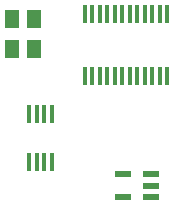
<source format=gtp>
%TF.GenerationSoftware,KiCad,Pcbnew,(5.1.6-0-10_14)*%
%TF.CreationDate,2020-09-10T16:31:07+09:00*%
%TF.ProjectId,qPCR-ledcontrol,71504352-2d6c-4656-9463-6f6e74726f6c,rev?*%
%TF.SameCoordinates,Original*%
%TF.FileFunction,Paste,Top*%
%TF.FilePolarity,Positive*%
%FSLAX46Y46*%
G04 Gerber Fmt 4.6, Leading zero omitted, Abs format (unit mm)*
G04 Created by KiCad (PCBNEW (5.1.6-0-10_14)) date 2020-09-10 16:31:07*
%MOMM*%
%LPD*%
G01*
G04 APERTURE LIST*
%ADD10R,1.473200X0.558800*%
%ADD11R,0.457200X1.524000*%
%ADD12R,0.355600X1.600200*%
%ADD13R,1.250000X1.500000*%
G04 APERTURE END LIST*
D10*
%TO.C,U2*%
X102051200Y-89761101D03*
X102051200Y-87861099D03*
X104438800Y-87861099D03*
X104438800Y-88811100D03*
X104438800Y-89761101D03*
%TD*%
D11*
%TO.C,U3*%
X94120101Y-82761900D03*
X94770099Y-82761900D03*
X95420101Y-82761900D03*
X96070099Y-82761900D03*
X96070099Y-86849100D03*
X95420101Y-86849100D03*
X94770099Y-86849100D03*
X94120101Y-86849100D03*
%TD*%
D12*
%TO.C,U4*%
X105834500Y-79573100D03*
X105199500Y-79573100D03*
X104564500Y-79573100D03*
X103929500Y-79573100D03*
X103294500Y-79573100D03*
X102659500Y-79573100D03*
X102024500Y-79573100D03*
X101389500Y-79573100D03*
X100754500Y-79573100D03*
X100119500Y-79573100D03*
X99484500Y-79573100D03*
X98849500Y-79573100D03*
X98849500Y-74264500D03*
X99484500Y-74264500D03*
X100119500Y-74264500D03*
X100754500Y-74264500D03*
X101389500Y-74264500D03*
X102024500Y-74264500D03*
X102659500Y-74264500D03*
X103294500Y-74264500D03*
X103929500Y-74264500D03*
X104564500Y-74264500D03*
X105199500Y-74264500D03*
X105834500Y-74264500D03*
%TD*%
D13*
%TO.C,C1*%
X94510900Y-77219200D03*
X94510900Y-74719200D03*
%TD*%
%TO.C,C2*%
X92628700Y-74719200D03*
X92628700Y-77219200D03*
%TD*%
M02*

</source>
